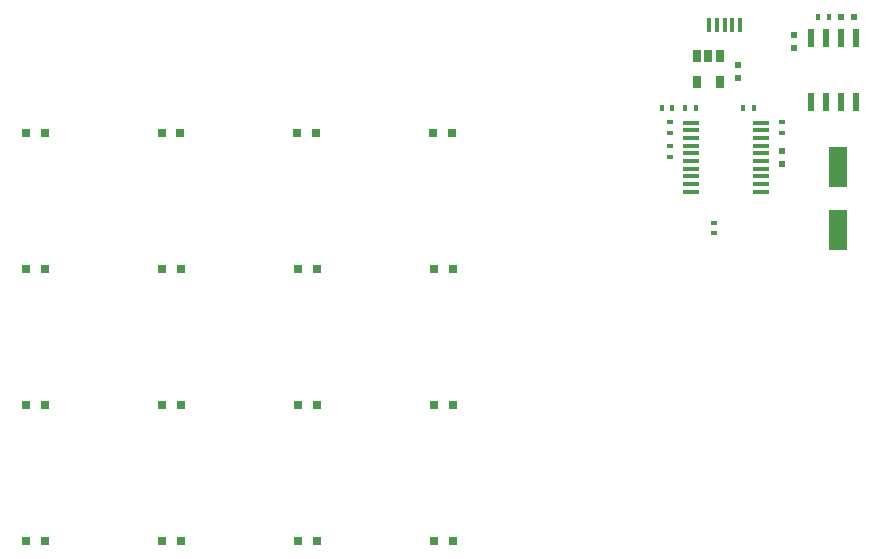
<source format=gbr>
G04 #@! TF.FileFunction,Paste,Top*
%FSLAX46Y46*%
G04 Gerber Fmt 4.6, Leading zero omitted, Abs format (unit mm)*
G04 Created by KiCad (PCBNEW 4.0.0-rc2-stable) date 20/03/2018 15:00:49*
%MOMM*%
G01*
G04 APERTURE LIST*
%ADD10C,0.100000*%
%ADD11R,0.500000X0.600000*%
%ADD12R,0.600000X0.500000*%
%ADD13R,1.600000X3.500000*%
%ADD14R,0.800000X0.800000*%
%ADD15R,0.450000X1.300000*%
%ADD16R,0.600000X0.400000*%
%ADD17R,0.400000X0.600000*%
%ADD18R,1.450000X0.450000*%
%ADD19R,0.600000X1.550000*%
%ADD20R,0.650000X1.060000*%
G04 APERTURE END LIST*
D10*
D11*
X172250000Y-60300000D03*
X172250000Y-59200000D03*
D12*
X180950000Y-55140616D03*
X182050000Y-55140616D03*
D11*
X177000000Y-57800000D03*
X177000000Y-56700000D03*
X176000000Y-66450000D03*
X176000000Y-67550000D03*
D13*
X180750000Y-67800000D03*
X180750000Y-73200000D03*
D14*
X111950000Y-65000000D03*
X113550000Y-65000000D03*
X112000000Y-76500000D03*
X113600000Y-76500000D03*
X112000000Y-88000000D03*
X113600000Y-88000000D03*
X112000000Y-99500000D03*
X113600000Y-99500000D03*
X123450000Y-65000000D03*
X125050000Y-65000000D03*
X123500000Y-76500000D03*
X125100000Y-76500000D03*
X123500000Y-88000000D03*
X125100000Y-88000000D03*
X123500000Y-99500000D03*
X125100000Y-99500000D03*
X134950000Y-65000000D03*
X136550000Y-65000000D03*
X135000000Y-76500000D03*
X136600000Y-76500000D03*
X135000000Y-88000000D03*
X136600000Y-88000000D03*
X135000000Y-99500000D03*
X136600000Y-99500000D03*
X146450000Y-65000000D03*
X148050000Y-65000000D03*
X146500000Y-76500000D03*
X148100000Y-76500000D03*
X146500000Y-88000000D03*
X148100000Y-88000000D03*
X146500000Y-99500000D03*
X148100000Y-99500000D03*
D15*
X172425000Y-55850000D03*
X171775000Y-55850000D03*
X171125000Y-55850000D03*
X170475000Y-55850000D03*
X169825000Y-55850000D03*
D16*
X166500000Y-66050000D03*
X166500000Y-66950000D03*
X166500000Y-64050000D03*
X166500000Y-64950000D03*
X170250000Y-73450000D03*
X170250000Y-72550000D03*
X176000000Y-64952800D03*
X176000000Y-64052800D03*
D17*
X172705200Y-62801000D03*
X173605200Y-62801000D03*
X179950000Y-55140616D03*
X179050000Y-55140616D03*
D18*
X168300000Y-64075000D03*
X168300000Y-64725000D03*
X168300000Y-65375000D03*
X168300000Y-66025000D03*
X168300000Y-66675000D03*
X168300000Y-67325000D03*
X168300000Y-67975000D03*
X168300000Y-68625000D03*
X168300000Y-69275000D03*
X168300000Y-69925000D03*
X174200000Y-69925000D03*
X174200000Y-69275000D03*
X174200000Y-68625000D03*
X174200000Y-67975000D03*
X174200000Y-67325000D03*
X174200000Y-66675000D03*
X174200000Y-66025000D03*
X174200000Y-65375000D03*
X174200000Y-64725000D03*
X174200000Y-64075000D03*
D19*
X178400472Y-62340616D03*
X179670472Y-62340616D03*
X180940472Y-62340616D03*
X182210472Y-62340616D03*
X182210472Y-56940616D03*
X180940472Y-56940616D03*
X179670472Y-56940616D03*
X178400472Y-56940616D03*
D20*
X170700000Y-58400000D03*
X169750000Y-58400000D03*
X168800000Y-58400000D03*
X168800000Y-60600000D03*
X170700000Y-60600000D03*
D17*
X165803600Y-62801000D03*
X166703600Y-62801000D03*
X168703000Y-62801000D03*
X167803000Y-62801000D03*
M02*

</source>
